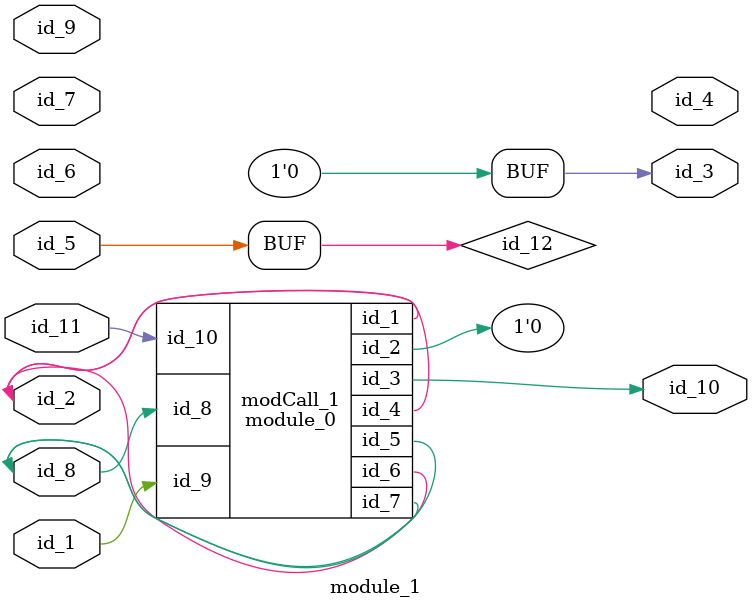
<source format=v>
module module_0 (
    id_1,
    id_2,
    id_3,
    id_4,
    id_5,
    id_6,
    id_7,
    id_8,
    id_9,
    id_10
);
  input wire id_10;
  input wire id_9;
  input wire id_8;
  inout wire id_7;
  inout wire id_6;
  output wire id_5;
  inout wire id_4;
  output wire id_3;
  output wire id_2;
  output wire id_1;
  assign id_3 = 1;
  assign id_3 = -1;
endmodule
module module_1 (
    id_1,
    id_2,
    id_3,
    id_4,
    id_5,
    id_6,
    id_7,
    id_8,
    id_9,
    id_10,
    id_11
);
  input wire id_11;
  output wire id_10;
  input wire id_9;
  inout wire id_8;
  input wire id_7;
  input wire id_6;
  input wire id_5;
  output wire id_4;
  output wire id_3;
  inout wire id_2;
  input wire id_1;
  assign id_3 = -1 - 1;
  module_0 modCall_1 (
      id_2,
      id_3,
      id_10,
      id_2,
      id_8,
      id_2,
      id_8,
      id_8,
      id_1,
      id_11
  );
  wire id_12 = id_5;
endmodule

</source>
